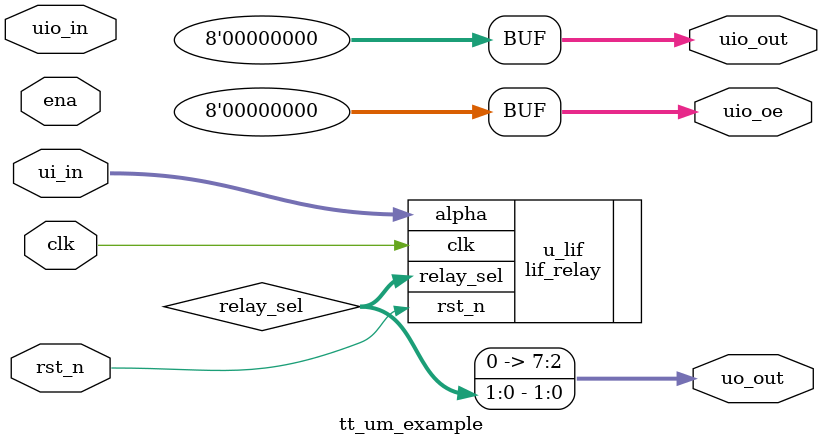
<source format=v>
/*
 * Copyright (c) 2026 Shams Abdulhameed
 * SPDX-License-Identifier: Apache-2.0
 */

`default_nettype none

module tt_um_example(
    input  wire [7:0] ui_in,    // use as alpha
    input  wire [7:0] uio_in,
    output wire [7:0] uio_out,
    output wire [7:0] uio_oe,
    output wire [7:0] uo_out,    // uo_out[1:0] = relay_sel
    input  wire       ena,
    input  wire       clk,
    input  wire       rst_n
`ifdef USE_POWER_PINS
    , inout wire vccd1
    , inout wire vssd1
`endif
);

    assign uio_out = 8'b0;
    assign uio_oe  = 8'b0;

    wire [1:0] relay_sel;

    lif_relay u_lif (
        .clk       (clk),
        .rst_n     (rst_n),
        .alpha     (ui_in),
        .relay_sel (relay_sel)
    );

    assign uo_out = { 6'b0, relay_sel };

    wire _unused = &{uio_in, ena};

endmodule
</source>
